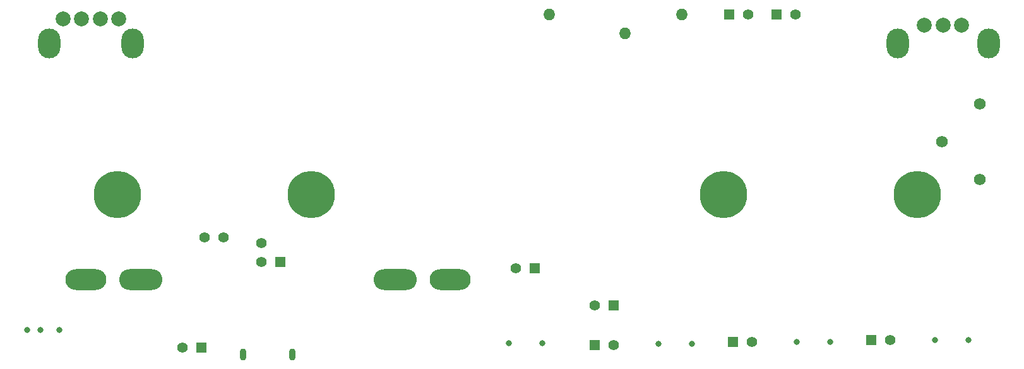
<source format=gbs>
G04 (created by PCBNEW (2013-07-07 BZR 4022)-stable) date 11/11/2015 10:51:05 PM*
%MOIN*%
G04 Gerber Fmt 3.4, Leading zero omitted, Abs format*
%FSLAX34Y34*%
G01*
G70*
G90*
G04 APERTURE LIST*
%ADD10C,0.00590551*%
%ADD11O,0.228346X0.110236*%
%ADD12O,0.216535X0.110236*%
%ADD13R,0.055X0.055*%
%ADD14C,0.055*%
%ADD15C,0.25*%
%ADD16C,0.0787402*%
%ADD17O,0.11811X0.15748*%
%ADD18O,0.0354331X0.0629921*%
%ADD19C,0.062*%
%ADD20O,0.062X0.062*%
%ADD21C,0.032*%
%ADD22C,0.0314961*%
G04 APERTURE END LIST*
G54D10*
G54D11*
X42604Y-44284D03*
G54D12*
X45504Y-44284D03*
G54D13*
X36550Y-43350D03*
G54D14*
X35550Y-43350D03*
X35550Y-42350D03*
G54D15*
X27950Y-39800D03*
X38186Y-39800D03*
X59950Y-39800D03*
X70186Y-39800D03*
G54D14*
X33550Y-42050D03*
X32550Y-42050D03*
G54D16*
X70565Y-30837D03*
X71550Y-30817D03*
X72534Y-30817D03*
G54D17*
X73951Y-31801D03*
X69148Y-31801D03*
G54D13*
X54150Y-45650D03*
G54D14*
X53150Y-45650D03*
G54D13*
X60450Y-47600D03*
G54D14*
X61450Y-47600D03*
G54D13*
X67750Y-47500D03*
G54D14*
X68750Y-47500D03*
G54D13*
X50000Y-43700D03*
G54D14*
X49000Y-43700D03*
G54D13*
X60250Y-30250D03*
G54D14*
X61250Y-30250D03*
G54D13*
X62750Y-30250D03*
G54D14*
X63750Y-30250D03*
G54D11*
X29196Y-44284D03*
G54D12*
X26296Y-44284D03*
G54D18*
X37199Y-48240D03*
X34600Y-48240D03*
G54D13*
X32400Y-47900D03*
G54D14*
X31400Y-47900D03*
G54D16*
X25073Y-30502D03*
X26057Y-30502D03*
X27042Y-30502D03*
X28026Y-30502D03*
G54D17*
X28750Y-31801D03*
X24350Y-31801D03*
G54D13*
X53150Y-47750D03*
G54D14*
X54150Y-47750D03*
G54D19*
X73500Y-39000D03*
X73500Y-35000D03*
X71500Y-37000D03*
G54D20*
X50750Y-30250D03*
X57750Y-30250D03*
X54750Y-31250D03*
G54D21*
X24900Y-46950D03*
X23200Y-46950D03*
X23900Y-46950D03*
G54D22*
X48614Y-47650D03*
X50385Y-47650D03*
X56514Y-47700D03*
X58285Y-47700D03*
X63814Y-47600D03*
X65585Y-47600D03*
X71114Y-47500D03*
X72885Y-47500D03*
M02*

</source>
